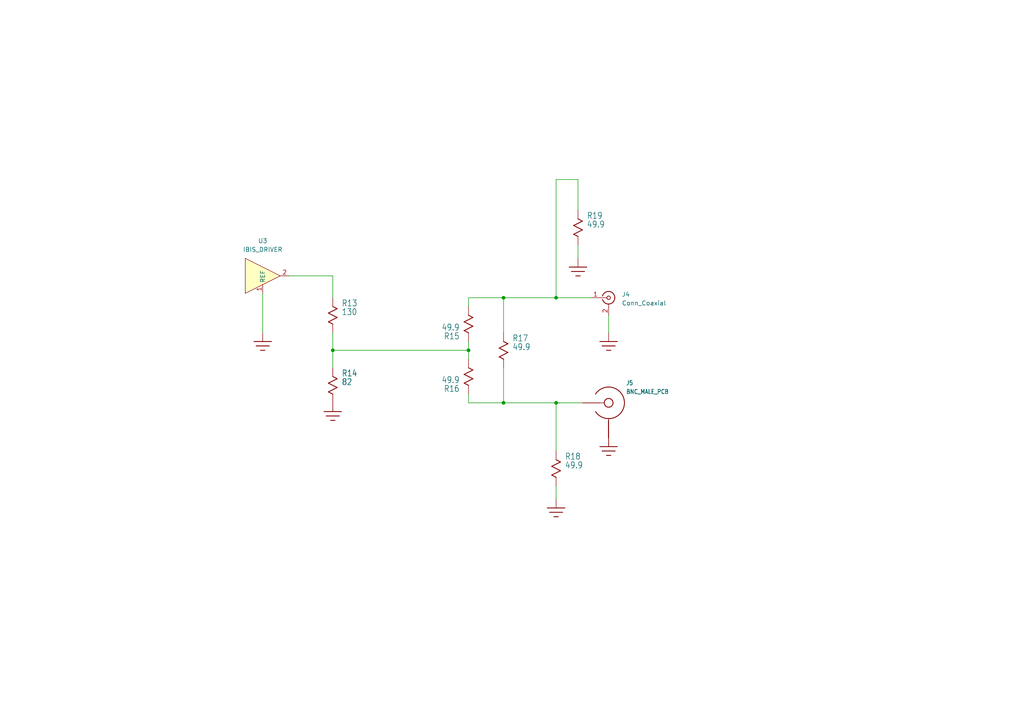
<source format=kicad_sch>
(kicad_sch (version 20231120) (generator "eeschema") (generator_version "8.0")
  (paper "A4")
  (title_block (date "2024-11-24") (rev "0.1"))
  (lib_symbols
    (symbol "Connector:Conn_Coaxial" (pin_names (offset 1.016) hide)
      (property "Reference" "J" (at 0.254 3.048 0))
      (property "Value" "Conn_Coaxial" (at 2.921 0 90))
      (symbol "Conn_Coaxial_0_1"
        (arc (start -1.778 -0.508) (mid 0.2311 -1.8066) (end 1.778 0) (stroke (width 0.254)))
        (polyline (pts (xy -2.54 0) (xy -0.508 0)))
        (polyline (pts (xy 0 -2.54) (xy 0 -1.778)))
        (circle (center 0 0) (radius 0.508) (stroke (width 0.2032)))
        (arc (start 1.778 0) (mid 0.2099 1.8101) (end -1.778 0.508) (stroke (width 0.254)))
      )
      (symbol "Conn_Coaxial_1_1"
        (pin passive line (at -5.08 0 0) (length 2.54) (name "In") (number "1"))
        (pin passive line (at 0 -5.08 90) (length 2.54) (name "Ext") (number "2"))
      )
    )
    (symbol "IBIS_DRIVER_1"
      (property "Reference" "U?" (at 0 8.89 0))
      (property "Value" "IBIS_DRIVER" (at 0 6.35 0))
      (symbol "IBIS_DRIVER_1_0_1"
        (polyline (pts (xy 5.08 0) (xy -5.08 5.08) (xy -5.08 -5.08) (xy 5.08 0)) (fill (type background)))
      )
      (symbol "IBIS_DRIVER_1_1_1"
        (pin power_in line (at 0 -5.08 90) (length 2.54) (name "REF") (number "1"))
        (pin bidirectional line (at 7.62 0 180) (length 2.54) (name "") (number "2"))
      )
    )
    (symbol "TDR1-eagle-import:BNC_MALE_PCB"
      (property "Reference" "J" (at 5.08 5.08 0))
      (symbol "BNC_MALE_PCB_1_0"
        (arc (start -3.81 -2.54) (mid 4.5791 0) (end -3.81 2.54) (stroke (width 0.254)))
        (polyline (pts (xy -2.54 0) (xy -1.27 0)) (stroke (width 0.1524)))
        (polyline (pts (xy 0 -5.08) (xy 0 -4.445)) (stroke (width 0.1524)))
        (circle (center 0 0) (radius 1.27) (stroke (width 0.254)))
        (pin bidirectional line (at -7.62 0 0) (length 5.08) (name "CENTER") (number "CENTER"))
        (pin bidirectional line (at 0 -10.16 90) (length 5.08) (name "SHIELD") (number "SHIELD@1"))
        (pin bidirectional line (at 0 -10.16 90) (length 5.08) (name "SHIELD") (number "SHIELD@2"))
        (pin bidirectional line (at 0 -10.16 90) (length 5.08) (name "SHIELD") (number "SHIELD@3"))
        (pin bidirectional line (at 0 -10.16 90) (length 5.08) (name "SHIELD") (number "SHIELD@4"))
      )
    )
    (symbol "TDR1-eagle-import:GND" (power)
      (symbol "GND_1_0"
        (polyline (pts (xy -2.54 -2.54) (xy 2.54 -2.54)) (stroke (width 0.254)))
        (polyline (pts (xy -1.905 -3.81) (xy 1.905 -3.81)) (stroke (width 0.254)))
        (polyline (pts (xy -0.635 -5.08) (xy 0.635 -5.08)) (stroke (width 0.254)))
        (pin power_in line (at 0 0 270) (length 2.54) (name "GND") (number "1"))
      )
    )
    (symbol "TDR1-eagle-import:R0603"
      (property "Reference" "R" (at 2.54 2.54 0))
      (symbol "R0603_1_0"
        (polyline (pts (xy -1.27 -1.905) (xy 0 -2.54)) (stroke (width 0.254)))
        (polyline (pts (xy -1.27 0.635) (xy 1.27 -0.635)) (stroke (width 0.254)))
        (polyline (pts (xy 0 2.54) (xy 1.27 1.905)) (stroke (width 0.254)))
        (polyline (pts (xy 1.27 -0.635) (xy -1.27 -1.905)) (stroke (width 0.254)))
        (polyline (pts (xy 1.27 1.905) (xy -1.27 0.635)) (stroke (width 0.254)))
        (pin bidirectional line (at 0 5.08 270) (length 2.54) (name "P$3") (number "P$1"))
        (pin bidirectional line (at 0 -5.08 90) (length 2.54) (name "P$4") (number "P$2"))
      )
    )
  )
  (junction (at 161.29 86.36))
  (junction (at 135.89 101.6))
  (junction (at 146.05 116.84))
  (junction (at 161.29 116.84))
  (junction (at 146.05 86.36))
  (junction (at 96.52 101.6))
  (wire (pts (xy 76.2 96.52) (xy 76.2 85.09)))
  (wire (pts (xy 168.91 86.36) (xy 161.29 86.36)) (stroke (width 0.1524)))
  (wire (pts (xy 83.82 80.01) (xy 96.52 80.01)) (stroke (width 0.1524)))
  (wire (pts (xy 96.52 101.6) (xy 96.52 106.68)) (stroke (width 0.1524)))
  (wire (pts (xy 167.64 71.12) (xy 167.64 74.93)))
  (wire (pts (xy 135.89 99.06) (xy 135.89 101.6)) (stroke (width 0.1524)))
  (wire (pts (xy 161.29 130.81) (xy 161.29 116.84)))
  (wire (pts (xy 96.52 80.01) (xy 96.52 86.36)) (stroke (width 0.1524)))
  (wire (pts (xy 168.91 86.36) (xy 171.45 86.36)))
  (wire (pts (xy 135.89 101.6) (xy 135.89 104.14)) (stroke (width 0.1524)))
  (wire (pts (xy 135.89 86.36) (xy 146.05 86.36)) (stroke (width 0.1524)))
  (wire (pts (xy 146.05 106.68) (xy 146.05 116.84)) (stroke (width 0.1524)))
  (wire (pts (xy 161.29 140.97) (xy 161.29 144.78)))
  (wire (pts (xy 96.52 96.52) (xy 96.52 101.6)) (stroke (width 0.1524)))
  (wire (pts (xy 168.91 116.84) (xy 161.29 116.84)) (stroke (width 0.1524)))
  (wire (pts (xy 135.89 88.9) (xy 135.89 86.36)) (stroke (width 0.1524)))
  (wire (pts (xy 135.89 116.84) (xy 135.89 114.3)) (stroke (width 0.1524)))
  (wire (pts (xy 146.05 86.36) (xy 146.05 96.52)) (stroke (width 0.1524)))
  (wire (pts (xy 161.29 116.84) (xy 146.05 116.84)) (stroke (width 0.1524)))
  (wire (pts (xy 161.29 52.07) (xy 161.29 86.36)))
  (wire (pts (xy 161.29 86.36) (xy 146.05 86.36)) (stroke (width 0.1524)))
  (wire (pts (xy 135.89 101.6) (xy 96.52 101.6)) (stroke (width 0.1524)))
  (wire (pts (xy 176.53 91.44) (xy 176.53 96.52)))
  (wire (pts (xy 167.64 52.07) (xy 161.29 52.07)))
  (wire (pts (xy 161.29 116.84) (xy 162.56 116.84)))
  (wire (pts (xy 167.64 60.96) (xy 167.64 52.07)))
  (wire (pts (xy 146.05 116.84) (xy 135.89 116.84)) (stroke (width 0.1524)))
  (symbol (lib_id "TDR1-eagle-import:GND") (at 161.29 144.78 0) (unit 1)
    (property "Reference" "#U$015" (effects (hide yes)))
    (property "Value" "GND" (effects (hide yes)))
  )
  (symbol (lib_name "IBIS_DRIVER_1") (lib_id "Simulation_SPICE:IBIS_DRIVER") (at 76.2 80.01 0) (unit 1)
    (property "Reference" "U3" (at 76.2 69.85 0))
    (property "Value" "IBIS_DRIVER" (at 76.2 72.39 0))
    (property "Datasheet" "https://ibis.org" (effects (hide yes)))
    (property "Sim.Name" "LVC2G14_YZA" (effects (hide yes)))
    (property "Sim.Library" "C:\\Users\\RWache\\OneDrive - Rockwell Automation, Inc\\Mrf data\\model\\sn74lvc2g14.ibs" (effects (hide yes)))
    (property "Sim.Ibis.Pin" "6" (effects (hide yes)))
    (property "Sim.Ibis.Model" "LVC2G14_OUT_50" (effects (hide yes)))
    (property "Sim.Device" "IBIS" (effects (hide yes)))
    (property "Sim.Type" "RECTDRIVER" (effects (hide yes)))
    (property "Sim.Pins" "1=GND 2=IN/OUT" (effects (hide yes)))
    (property "Sim.Params" "ton=10n toff=10n td=0 n=4" (effects (hide yes)))
  )
  (symbol (lib_id "TDR1-eagle-import:GND") (at 76.2 96.52 0) (unit 1)
    (property "Reference" "#U$010" (effects (hide yes)))
    (property "Value" "GND" (effects (hide yes)))
  )
  (symbol (lib_id "TDR1-eagle-import:R0603") (at 135.89 109.22 180) (unit 1)
    (property "Reference" "R16" (at 133.35 111.76 0) (effects (font (size 1.778 1.5113)) (justify left bottom)))
    (property "Value" "49.9" (at 133.35 109.22 0) (effects (font (size 1.778 1.5113)) (justify left bottom)))
    (property "Footprint" "TDR1:R0603" (effects (hide yes)))
    (property "LCSC Part #" "C304761" (effects (hide yes)))
  )
  (symbol (lib_id "TDR1-eagle-import:R0603") (at 167.64 66.04 0) (unit 1) (in_bom no) (on_board no)
    (property "Reference" "R19" (at 170.18 63.5 0) (effects (font (size 1.778 1.5113)) (justify left bottom)))
    (property "Value" "49.9" (at 170.18 66.04 0) (effects (font (size 1.778 1.5113)) (justify left bottom)))
    (property "Footprint" "TDR1:R0603" (effects (hide yes)))
    (property "LCSC Part #" "C304761" (effects (hide yes)))
  )
  (symbol (lib_id "TDR1-eagle-import:R0603") (at 161.29 135.89 0) (unit 1) (in_bom no) (on_board no)
    (property "Reference" "R18" (at 163.83 133.35 0) (effects (font (size 1.778 1.5113)) (justify left bottom)))
    (property "Value" "49.9" (at 163.83 135.89 0) (effects (font (size 1.778 1.5113)) (justify left bottom)))
    (property "Footprint" "TDR1:R0603" (effects (hide yes)))
    (property "LCSC Part #" "C304761" (effects (hide yes)))
  )
  (symbol (lib_id "TDR1-eagle-import:BNC_MALE_PCB") (at 176.53 116.84 0) (unit 1)
    (property "Reference" "J5" (at 181.61 111.76 0) (effects (font (size 1.27 1.0795)) (justify left bottom)))
    (property "Value" "BNC_MALE_PCB" (at 181.61 114.3 0) (effects (font (size 1.27 1.0795)) (justify left bottom)))
    (property "Footprint" "Connector_Coaxial:BNC_LINX_CONBNC001" (effects (hide yes)))
    (property "LCSC Part #" "C6538223" (effects (hide yes)))
  )
  (symbol (lib_id "TDR1-eagle-import:R0603") (at 96.52 91.44 0) (unit 1)
    (property "Reference" "R13" (at 99.06 88.9 0) (effects (font (size 1.778 1.5113)) (justify left bottom)))
    (property "Value" "130" (at 99.06 91.44 0) (effects (font (size 1.778 1.5113)) (justify left bottom)))
    (property "Footprint" "TDR1:R0603" (effects (hide yes)))
    (property "LCSC Part #" "C304699" (effects (hide yes)))
  )
  (symbol (lib_id "TDR1-eagle-import:GND") (at 176.53 96.52 0) (unit 1)
    (property "Reference" "#U$020" (effects (hide yes)))
    (property "Value" "GND" (effects (hide yes)))
  )
  (symbol (lib_id "Connector:Conn_Coaxial") (at 176.53 86.36 0) (unit 1)
    (property "Reference" "J4" (at 180.34 85.3831 0) (effects (justify left)))
    (property "Value" "Conn_Coaxial" (at 180.34 87.9231 0) (effects (justify left)))
    (property "Footprint" "Connector_Coaxial:SMA_Molex_73251-1153_EdgeMount_Horizontal" (effects (hide yes)))
    (property "Description" "coaxial connector (BNC, SMA, SMB, SMC, Cinch/RCA, LEMO, ...)" (effects (hide yes)))
    (property "LCSC Part #" "C5859238" (effects (hide yes)))
  )
  (symbol (lib_id "TDR1-eagle-import:R0603") (at 96.52 111.76 0) (unit 1)
    (property "Reference" "R14" (at 99.06 109.22 0) (effects (font (size 1.778 1.5113)) (justify left bottom)))
    (property "Value" "82" (at 99.06 111.76 0) (effects (font (size 1.778 1.5113)) (justify left bottom)))
    (property "Footprint" "TDR1:R0603" (effects (hide yes)))
    (property "LCSC Part #" "C322011" (effects (hide yes)))
  )
  (symbol (lib_id "TDR1-eagle-import:GND") (at 96.52 116.84 0) (unit 1)
    (property "Reference" "#U$014" (effects (hide yes)))
    (property "Value" "GND" (effects (hide yes)))
  )
  (symbol (lib_id "TDR1-eagle-import:R0603") (at 146.05 101.6 0) (unit 1)
    (property "Reference" "R17" (at 148.59 99.06 0) (effects (font (size 1.778 1.5113)) (justify left bottom)))
    (property "Value" "49.9" (at 148.59 101.6 0) (effects (font (size 1.778 1.5113)) (justify left bottom)))
    (property "Footprint" "TDR1:R0603" (effects (hide yes)))
    (property "LCSC Part #" "C304761" (effects (hide yes)))
  )
  (symbol (lib_id "TDR1-eagle-import:GND") (at 176.53 127 0) (unit 1)
    (property "Reference" "#U$021" (effects (hide yes)))
    (property "Value" "GND" (effects (hide yes)))
  )
  (symbol (lib_id "TDR1-eagle-import:R0603") (at 135.89 93.98 180) (unit 1)
    (property "Reference" "R15" (at 133.35 96.52 0) (effects (font (size 1.778 1.5113)) (justify left bottom)))
    (property "Value" "49.9" (at 133.35 93.98 0) (effects (font (size 1.778 1.5113)) (justify left bottom)))
    (property "Footprint" "TDR1:R0603" (effects (hide yes)))
    (property "LCSC Part #" "C304761" (effects (hide yes)))
  )
  (symbol (lib_id "TDR1-eagle-import:GND") (at 167.64 74.93 0) (unit 1)
    (property "Reference" "#U$019" (effects (hide yes)))
    (property "Value" "GND" (effects (hide yes)))
  )
)
</source>
